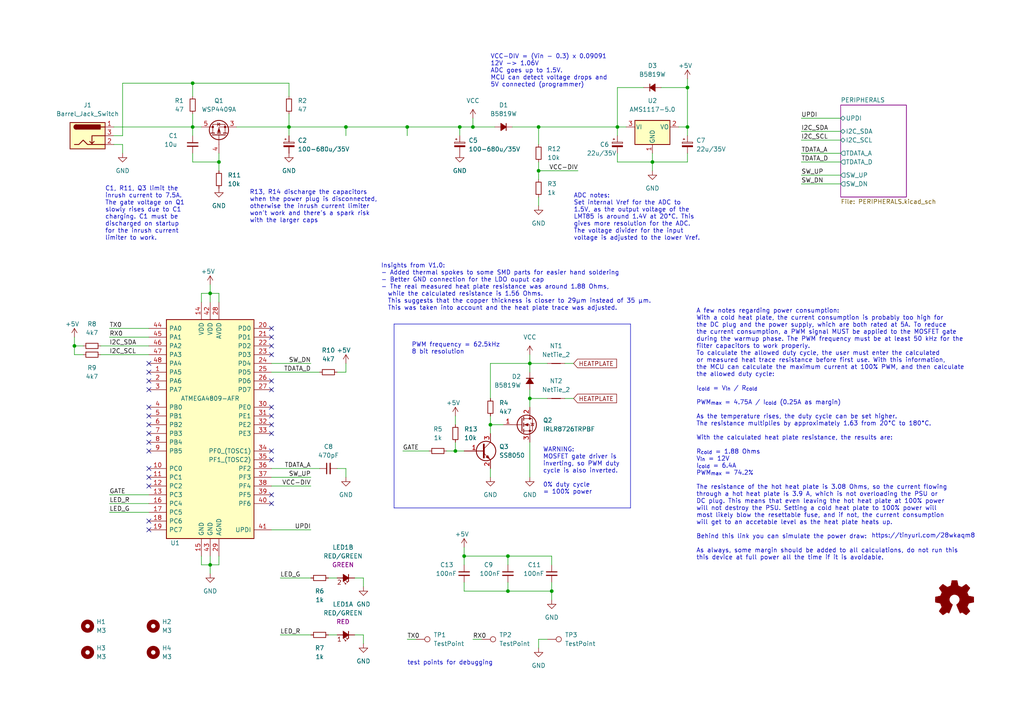
<source format=kicad_sch>
(kicad_sch (version 20230121) (generator eeschema)
  (paper "A4")
  (title_block (title "reflow solder plate") (date "2023-06-07") (rev "1.2"))
  (lib_symbols
    (symbol "ATMEGA4809-AFR:ATMEGA4809-AFR" (pin_names (offset 0.762))
      (property "Reference" "IC2" (at -10.16 -33.02 0))
      (property "Value" "ATMEGA4809-AFR" (at 0 8.89 0))
      (symbol "ATMEGA4809-AFR_0_0"
        (pin passive line (at -17.78 16.51 0) (length 5.08) (name "PA5") (number "1"))
        (pin passive line (at -17.78 -11.43 0) (length 5.08) (name "PC0") (number "10"))
        (pin passive line (at -17.78 -13.97 0) (length 5.08) (name "PC1") (number "11"))
        (pin passive line (at -17.78 -16.51 0) (length 5.08) (name "PC2") (number "12"))
        (pin passive line (at -17.78 -19.05 0) (length 5.08) (name "PC3") (number "13"))
        (pin passive line (at -2.54 36.83 270) (length 5.08) (name "VDD") (number "14"))
        (pin passive line (at -2.54 -36.83 90) (length 5.08) (name "GND") (number "15"))
        (pin passive line (at -17.78 -21.59 0) (length 5.08) (name "PC4") (number "16"))
        (pin passive line (at -17.78 -24.13 0) (length 5.08) (name "PC5") (number "17"))
        (pin passive line (at -17.78 -26.67 0) (length 5.08) (name "PC6") (number "18"))
        (pin passive line (at -17.78 -29.21 0) (length 5.08) (name "PC7") (number "19"))
        (pin passive line (at -17.78 13.97 0) (length 5.08) (name "PA6") (number "2"))
        (pin passive line (at 17.78 29.21 180) (length 5.08) (name "PD0") (number "20"))
        (pin passive line (at 17.78 26.67 180) (length 5.08) (name "PD1") (number "21"))
        (pin passive line (at 17.78 24.13 180) (length 5.08) (name "PD2") (number "22"))
        (pin passive line (at 17.78 21.59 180) (length 5.08) (name "PD3") (number "23"))
        (pin passive line (at 17.78 19.05 180) (length 5.08) (name "PD4") (number "24"))
        (pin passive line (at 17.78 16.51 180) (length 5.08) (name "PD5") (number "25"))
        (pin passive line (at 17.78 13.97 180) (length 5.08) (name "PD6") (number "26"))
        (pin passive line (at 17.78 11.43 180) (length 5.08) (name "PD7") (number "27"))
        (pin passive line (at 2.54 36.83 270) (length 5.08) (name "AVDD") (number "28"))
        (pin passive line (at 2.54 -36.83 90) (length 5.08) (name "AGND") (number "29"))
        (pin passive line (at -17.78 11.43 0) (length 5.08) (name "PA7") (number "3"))
        (pin passive line (at 17.78 6.35 180) (length 5.08) (name "PE0") (number "30"))
        (pin passive line (at 17.78 3.81 180) (length 5.08) (name "PE1") (number "31"))
        (pin passive line (at 17.78 1.27 180) (length 5.08) (name "PE2") (number "32"))
        (pin passive line (at 17.78 -1.27 180) (length 5.08) (name "PE3") (number "33"))
        (pin passive line (at 17.78 -6.35 180) (length 5.08) (name "PF0_(TOSC1)") (number "34"))
        (pin passive line (at 17.78 -8.89 180) (length 5.08) (name "PF1_(TOSC2)") (number "35"))
        (pin passive line (at 17.78 -11.43 180) (length 5.08) (name "PF2") (number "36"))
        (pin passive line (at 17.78 -13.97 180) (length 5.08) (name "PF3") (number "37"))
        (pin passive line (at 17.78 -16.51 180) (length 5.08) (name "PF4") (number "38"))
        (pin passive line (at 17.78 -19.05 180) (length 5.08) (name "PF5") (number "39"))
        (pin passive line (at -17.78 6.35 0) (length 5.08) (name "PB0") (number "4"))
        (pin passive line (at 17.78 -21.59 180) (length 5.08) (name "PF6") (number "40"))
        (pin passive line (at 17.78 -29.21 180) (length 5.08) (name "UPDI") (number "41"))
        (pin passive line (at 0 36.83 270) (length 5.08) (name "VDD") (number "42"))
        (pin passive line (at 0 -36.83 90) (length 5.08) (name "GND") (number "43"))
        (pin passive line (at -17.78 29.21 0) (length 5.08) (name "PA0") (number "44"))
        (pin passive line (at -17.78 26.67 0) (length 5.08) (name "PA1") (number "45"))
        (pin passive line (at -17.78 24.13 0) (length 5.08) (name "PA2") (number "46"))
        (pin passive line (at -17.78 21.59 0) (length 5.08) (name "PA3") (number "47"))
        (pin passive line (at -17.78 19.05 0) (length 5.08) (name "PA4") (number "48"))
        (pin passive line (at -17.78 3.81 0) (length 5.08) (name "PB1") (number "5"))
        (pin passive line (at -17.78 1.27 0) (length 5.08) (name "PB2") (number "6"))
        (pin passive line (at -17.78 -1.27 0) (length 5.08) (name "PB3") (number "7"))
        (pin passive line (at -17.78 -3.81 0) (length 5.08) (name "PB4") (number "8"))
        (pin passive line (at -17.78 -6.35 0) (length 5.08) (name "PB5") (number "9"))
      )
    )
    (symbol "Connector:Barrel_Jack_Switch" (pin_names hide)
      (property "Reference" "J" (at 0 5.334 0))
      (property "Value" "Barrel_Jack_Switch" (at 0 -5.08 0))
      (symbol "Barrel_Jack_Switch_1_1"
        (pin passive line (at 7.62 2.54 180) (length 2.54) (name "~") (number "1"))
        (pin passive line (at 7.62 -2.54 180) (length 2.54) (name "~") (number "2"))
        (pin passive line (at 7.62 0 180) (length 2.54) (name "~") (number "3"))
      )
    )
    (symbol "Connector:TestPoint" (pin_numbers hide) (pin_names (offset 0.762) hide)
      (property "Reference" "TP" (at 0 6.858 0))
      (property "Value" "TestPoint" (at 0 5.08 0))
      (symbol "TestPoint_1_1"
        (pin passive line (at 0 0 90) (length 2.54) (name "1") (number "1"))
      )
    )
    (symbol "Device:C_Polarized_Small" (pin_numbers hide) (pin_names (offset 0.254) hide)
      (property "Reference" "C" (at 0.254 1.778 0))
      (property "Value" "C_Polarized_Small" (at 0.254 -2.032 0))
      (symbol "C_Polarized_Small_1_1"
        (pin passive line (at 0 2.54 270) (length 1.8542) (name "~") (number "1"))
        (pin passive line (at 0 -2.54 90) (length 1.8542) (name "~") (number "2"))
      )
    )
    (symbol "Device:C_Small" (pin_numbers hide) (pin_names (offset 0.254) hide)
      (property "Reference" "C" (at 0.254 1.778 0))
      (property "Value" "C_Small" (at 0.254 -2.032 0))
      (symbol "C_Small_1_1"
        (pin passive line (at 0 2.54 270) (length 2.032) (name "~") (number "1"))
        (pin passive line (at 0 -2.54 90) (length 2.032) (name "~") (number "2"))
      )
    )
    (symbol "Device:D_Small_Filled" (pin_numbers hide) (pin_names (offset 0.254) hide)
      (property "Reference" "D" (at -1.27 2.032 0))
      (property "Value" "D_Small_Filled" (at -3.81 -2.032 0))
      (symbol "D_Small_Filled_1_1"
        (pin passive line (at -2.54 0 0) (length 1.778) (name "K") (number "1"))
        (pin passive line (at 2.54 0 180) (length 1.778) (name "A") (number "2"))
      )
    )
    (symbol "Device:NetTie_2" (pin_numbers hide) (pin_names (offset 0) hide)
      (property "Reference" "NT" (at 0 1.27 0))
      (property "Value" "NetTie_2" (at 0 -1.27 0))
      (symbol "NetTie_2_1_1"
        (pin passive line (at -2.54 0 0) (length 2.54) (name "1") (number "1"))
        (pin passive line (at 2.54 0 180) (length 2.54) (name "2") (number "2"))
      )
    )
    (symbol "Device:Q_NMOS_GDS" (pin_names (offset 0) hide)
      (property "Reference" "Q" (at 5.08 1.27 0))
      (property "Value" "Q_NMOS_GDS" (at 5.08 -1.27 0))
      (symbol "Q_NMOS_GDS_1_1"
        (pin input line (at -5.08 0 0) (length 2.54) (name "G") (number "1"))
        (pin passive line (at 2.54 5.08 270) (length 2.54) (name "D") (number "2"))
        (pin passive line (at 2.54 -5.08 90) (length 2.54) (name "S") (number "3"))
      )
    )
    (symbol "Device:Q_NPN_BEC" (pin_names (offset 0) hide)
      (property "Reference" "Q" (at 5.08 1.27 0))
      (property "Value" "Q_NPN_BEC" (at 5.08 -1.27 0))
      (symbol "Q_NPN_BEC_1_1"
        (pin input line (at -5.08 0 0) (length 5.715) (name "B") (number "1"))
        (pin passive line (at 2.54 -5.08 90) (length 2.54) (name "E") (number "2"))
        (pin passive line (at 2.54 5.08 270) (length 2.54) (name "C") (number "3"))
      )
    )
    (symbol "Device:R_Small" (pin_numbers hide) (pin_names (offset 0.254) hide)
      (property "Reference" "R" (at 0.762 0.508 0))
      (property "Value" "R_Small" (at 0.762 -1.016 0))
      (symbol "R_Small_1_1"
        (pin passive line (at 0 2.54 270) (length 0.762) (name "~") (number "1"))
        (pin passive line (at 0 -2.54 90) (length 0.762) (name "~") (number "2"))
      )
    )
    (symbol "Graphic:Logo_Open_Hardware_Small" (pin_names (offset 1.016)))
    (symbol "LED_Dual_AKAK_Split_Small_Filled_1" (pin_numbers hide) (pin_names (offset 0.254) hide)
      (property "Reference" "LED?" (at 0.0635 6.35 0))
      (property "Value" "LED_Dual_AKAK_Split_Small_Filled_1" (at 0.0635 3.81 0))
      (symbol "LED_Dual_AKAK_Split_Small_Filled_1_1_1"
        (text "1" (at 1.905 1.27 0) (effects (font (size 1.27 1.27))))
        (pin passive line (at 2.54 0 180) (length 1.778) (name "A1") (number "1"))
        (pin passive line (at -2.54 0 0) (length 1.778) (name "K1") (number "2"))
      )
      (symbol "LED_Dual_AKAK_Split_Small_Filled_1_2_1"
        (text "2" (at 1.905 1.27 0) (effects (font (size 1.27 1.27))))
        (pin passive line (at 2.54 0 180) (length 1.778) (name "A2") (number "3"))
        (pin passive line (at -2.54 0 0) (length 1.778) (name "K2") (number "4"))
      )
    )
    (symbol "Mechanical:MountingHole" (pin_names (offset 1.016))
      (property "Reference" "H" (at 0 5.08 0))
      (property "Value" "MountingHole" (at 0 3.175 0))
    )
    (symbol "Regulator_Linear:AMS1117-5.0" (pin_names (offset 0.254))
      (property "Reference" "U" (at -3.81 3.175 0))
      (property "Value" "AMS1117-5.0" (at 0 3.175 0))
      (symbol "AMS1117-5.0_1_1"
        (pin power_in line (at 0 -7.62 90) (length 2.54) (name "GND") (number "1"))
        (pin power_out line (at 7.62 0 180) (length 2.54) (name "VO") (number "2"))
        (pin power_in line (at -7.62 0 0) (length 2.54) (name "VI") (number "3"))
      )
    )
    (symbol "User:LED_Dual_AKAK_Split_Small_Filled" (pin_numbers hide) (pin_names (offset 0.254) hide)
      (property "Reference" "LED?" (at 0.0635 6.35 0))
      (property "Value" "LED_Dual_AKAK_Split_Small_Filled" (at 0.0635 3.81 0))
      (symbol "LED_Dual_AKAK_Split_Small_Filled_1_1"
        (text "1" (at 1.905 1.27 0) (effects (font (size 1.27 1.27))))
        (pin passive line (at 2.54 0 180) (length 1.778) (name "A1") (number "1"))
        (pin passive line (at -2.54 0 0) (length 1.778) (name "K1") (number "2"))
      )
      (symbol "LED_Dual_AKAK_Split_Small_Filled_2_1"
        (text "2" (at 1.905 1.27 0) (effects (font (size 1.27 1.27))))
        (pin passive line (at 2.54 0 180) (length 1.778) (name "A2") (number "3"))
        (pin passive line (at -2.54 0 0) (length 1.778) (name "K2") (number "4"))
      )
    )
    (symbol "User:Q_PMOS_SSSGDDDD" (pin_names (offset 0) hide)
      (property "Reference" "Q" (at 5.08 1.27 0))
      (property "Value" "Q_PMOS_SSSGDDDD" (at 5.08 -1.27 0))
      (symbol "Q_PMOS_SSSGDDDD_1_1"
        (pin passive line (at 2.54 -5.08 90) (length 2.54) hide (name "S") (number "1"))
        (pin passive line (at 2.54 -5.08 90) (length 2.54) hide (name "S") (number "2"))
        (pin passive line (at 2.54 -5.08 90) (length 2.54) (name "S") (number "3"))
        (pin input line (at -5.08 0 0) (length 2.54) (name "G") (number "4"))
        (pin passive line (at 2.54 5.08 270) (length 2.54) (name "D") (number "5"))
        (pin passive line (at 2.54 5.08 270) (length 2.54) hide (name "D") (number "6"))
        (pin passive line (at 2.54 5.08 270) (length 2.54) hide (name "D") (number "7"))
        (pin passive line (at 2.54 5.08 270) (length 2.54) hide (name "D") (number "8"))
      )
    )
    (symbol "power:+5V" (power) (pin_names (offset 0))
      (property "Value" "+5V" (at 0 3.556 0))
      (symbol "+5V_1_1"
        (pin power_in line (at 0 0 90) (length 0) hide (name "+5V") (number "1"))
      )
    )
    (symbol "power:GND" (power) (pin_names (offset 0))
      (property "Value" "GND" (at 0 -3.81 0))
      (symbol "GND_1_1"
        (pin power_in line (at 0 0 270) (length 0) hide (name "GND") (number "1"))
      )
    )
    (symbol "power:VCC" (power) (pin_names (offset 0))
      (property "Value" "VCC" (at 0 3.81 0))
      (symbol "VCC_1_1"
        (pin power_in line (at 0 0 90) (length 0) hide (name "VCC") (number "1"))
      )
    )
  )
  (junction (at 60.96 163.83))
  (junction (at 179.07 36.83))
  (junction (at 83.82 36.83))
  (junction (at 118.11 36.83))
  (junction (at 21.59 100.33))
  (junction (at 55.88 36.83))
  (junction (at 134.62 161.29))
  (junction (at 199.39 36.83))
  (junction (at 189.23 46.99))
  (junction (at 100.33 36.83))
  (junction (at 132.08 130.81))
  (junction (at 147.32 171.45))
  (junction (at 160.02 171.45))
  (junction (at 63.5 46.99))
  (junction (at 137.16 36.83))
  (junction (at 147.32 161.29))
  (junction (at 199.39 25.4))
  (junction (at 156.21 49.53))
  (junction (at 153.67 115.57))
  (junction (at 55.88 24.13))
  (junction (at 153.67 105.41))
  (junction (at 60.96 85.09))
  (junction (at 133.35 36.83))
  (junction (at 142.24 123.19))
  (junction (at 156.21 36.83))
  (no_connect (at 78.74 113.03))
  (no_connect (at 78.74 110.49))
  (no_connect (at 78.74 102.87))
  (no_connect (at 78.74 118.11))
  (no_connect (at 78.74 130.81))
  (no_connect (at 78.74 133.35))
  (no_connect (at 78.74 125.73))
  (no_connect (at 78.74 123.19))
  (no_connect (at 78.74 120.65))
  (no_connect (at 43.18 130.81))
  (no_connect (at 43.18 135.89))
  (no_connect (at 43.18 138.43))
  (no_connect (at 43.18 140.97))
  (no_connect (at 78.74 100.33))
  (no_connect (at 78.74 97.79))
  (no_connect (at 78.74 95.25))
  (no_connect (at 43.18 151.13))
  (no_connect (at 43.18 153.67))
  (no_connect (at 78.74 146.05))
  (no_connect (at 78.74 143.51))
  (no_connect (at 43.18 105.41))
  (no_connect (at 43.18 107.95))
  (no_connect (at 43.18 113.03))
  (no_connect (at 43.18 110.49))
  (no_connect (at 43.18 118.11))
  (no_connect (at 43.18 120.65))
  (no_connect (at 43.18 123.19))
  (no_connect (at 43.18 125.73))
  (no_connect (at 43.18 128.27))
  (wire (pts (xy 232.41 40.64) (xy 243.84 40.64)))
  (wire (pts (xy 160.02 163.83) (xy 160.02 161.29)))
  (wire (pts (xy 63.5 44.45) (xy 63.5 46.99)))
  (wire (pts (xy 60.96 85.09) (xy 58.42 85.09)))
  (wire (pts (xy 55.88 24.13) (xy 55.88 27.94)))
  (wire (pts (xy 97.79 135.89) (xy 100.33 135.89)))
  (wire (pts (xy 55.88 44.45) (xy 55.88 46.99)))
  (wire (pts (xy 158.75 185.42) (xy 156.21 185.42)))
  (wire (pts (xy 199.39 46.99) (xy 199.39 44.45)))
  (wire (pts (xy 153.67 105.41) (xy 158.75 105.41)))
  (polyline (pts (xy 114.3 93.98) (xy 114.3 147.32)))
  (wire (pts (xy 78.74 140.97) (xy 90.17 140.97)))
  (wire (pts (xy 148.59 36.83) (xy 156.21 36.83)))
  (wire (pts (xy 58.42 36.83) (xy 55.88 36.83)))
  (wire (pts (xy 142.24 115.57) (xy 142.24 105.41)))
  (wire (pts (xy 31.75 95.25) (xy 43.18 95.25)))
  (wire (pts (xy 179.07 44.45) (xy 179.07 46.99)))
  (wire (pts (xy 63.5 163.83) (xy 63.5 161.29)))
  (wire (pts (xy 160.02 171.45) (xy 160.02 168.91)))
  (wire (pts (xy 189.23 46.99) (xy 199.39 46.99)))
  (wire (pts (xy 199.39 39.37) (xy 199.39 36.83)))
  (wire (pts (xy 153.67 115.57) (xy 153.67 118.11)))
  (wire (pts (xy 43.18 143.51) (xy 31.75 143.51)))
  (wire (pts (xy 95.25 167.64) (xy 97.79 167.64)))
  (wire (pts (xy 83.82 33.02) (xy 83.82 36.83)))
  (polyline (pts (xy 114.3 147.32) (xy 182.88 147.32)))
  (wire (pts (xy 132.08 128.27) (xy 132.08 130.81)))
  (wire (pts (xy 189.23 46.99) (xy 189.23 49.53)))
  (wire (pts (xy 60.96 161.29) (xy 60.96 163.83)))
  (wire (pts (xy 63.5 46.99) (xy 63.5 49.53)))
  (wire (pts (xy 90.17 105.41) (xy 78.74 105.41)))
  (wire (pts (xy 55.88 33.02) (xy 55.88 36.83)))
  (wire (pts (xy 33.02 36.83) (xy 55.88 36.83)))
  (wire (pts (xy 83.82 36.83) (xy 100.33 36.83)))
  (wire (pts (xy 100.33 36.83) (xy 100.33 39.37)))
  (wire (pts (xy 199.39 36.83) (xy 196.85 36.83)))
  (wire (pts (xy 105.41 167.64) (xy 102.87 167.64)))
  (wire (pts (xy 142.24 120.65) (xy 142.24 123.19)))
  (wire (pts (xy 142.24 105.41) (xy 153.67 105.41)))
  (wire (pts (xy 118.11 36.83) (xy 133.35 36.83)))
  (wire (pts (xy 29.21 100.33) (xy 43.18 100.33)))
  (wire (pts (xy 95.25 184.15) (xy 97.79 184.15)))
  (wire (pts (xy 232.41 46.99) (xy 243.84 46.99)))
  (wire (pts (xy 163.83 105.41) (xy 166.37 105.41)))
  (wire (pts (xy 100.33 135.89) (xy 100.33 138.43)))
  (wire (pts (xy 105.41 170.18) (xy 105.41 167.64)))
  (wire (pts (xy 134.62 158.75) (xy 134.62 161.29)))
  (wire (pts (xy 58.42 161.29) (xy 58.42 163.83)))
  (wire (pts (xy 142.24 123.19) (xy 142.24 125.73)))
  (wire (pts (xy 232.41 50.8) (xy 243.84 50.8)))
  (wire (pts (xy 166.37 115.57) (xy 163.83 115.57)))
  (wire (pts (xy 179.07 25.4) (xy 179.07 36.83)))
  (wire (pts (xy 81.28 167.64) (xy 90.17 167.64)))
  (wire (pts (xy 153.67 113.03) (xy 153.67 115.57)))
  (wire (pts (xy 97.79 107.95) (xy 100.33 107.95)))
  (wire (pts (xy 100.33 105.41) (xy 100.33 107.95)))
  (wire (pts (xy 147.32 161.29) (xy 134.62 161.29)))
  (polyline (pts (xy 182.88 93.98) (xy 182.88 147.32)))
  (wire (pts (xy 29.21 102.87) (xy 43.18 102.87)))
  (wire (pts (xy 118.11 185.42) (xy 120.65 185.42)))
  (wire (pts (xy 132.08 130.81) (xy 134.62 130.81)))
  (wire (pts (xy 232.41 38.1) (xy 243.84 38.1)))
  (wire (pts (xy 181.61 36.83) (xy 179.07 36.83)))
  (wire (pts (xy 68.58 36.83) (xy 83.82 36.83)))
  (wire (pts (xy 60.96 166.37) (xy 60.96 163.83)))
  (wire (pts (xy 142.24 135.89) (xy 142.24 138.43)))
  (wire (pts (xy 55.88 24.13) (xy 83.82 24.13)))
  (wire (pts (xy 142.24 123.19) (xy 146.05 123.19)))
  (wire (pts (xy 31.75 148.59) (xy 43.18 148.59)))
  (wire (pts (xy 21.59 100.33) (xy 21.59 102.87)))
  (wire (pts (xy 35.56 41.91) (xy 35.56 44.45)))
  (wire (pts (xy 60.96 85.09) (xy 60.96 87.63)))
  (wire (pts (xy 153.67 105.41) (xy 153.67 107.95)))
  (wire (pts (xy 78.74 135.89) (xy 92.71 135.89)))
  (wire (pts (xy 118.11 36.83) (xy 118.11 39.37)))
  (wire (pts (xy 191.77 25.4) (xy 199.39 25.4)))
  (wire (pts (xy 83.82 36.83) (xy 83.82 39.37)))
  (wire (pts (xy 105.41 184.15) (xy 105.41 186.69)))
  (wire (pts (xy 21.59 97.79) (xy 21.59 100.33)))
  (wire (pts (xy 156.21 46.99) (xy 156.21 49.53)))
  (wire (pts (xy 35.56 24.13) (xy 35.56 39.37)))
  (wire (pts (xy 129.54 130.81) (xy 132.08 130.81)))
  (wire (pts (xy 132.08 120.65) (xy 132.08 123.19)))
  (wire (pts (xy 189.23 44.45) (xy 189.23 46.99)))
  (wire (pts (xy 133.35 36.83) (xy 133.35 39.37)))
  (wire (pts (xy 60.96 82.55) (xy 60.96 85.09)))
  (wire (pts (xy 63.5 87.63) (xy 63.5 85.09)))
  (wire (pts (xy 116.84 130.81) (xy 124.46 130.81)))
  (wire (pts (xy 156.21 36.83) (xy 179.07 36.83)))
  (wire (pts (xy 199.39 22.86) (xy 199.39 25.4)))
  (wire (pts (xy 137.16 34.29) (xy 137.16 36.83)))
  (wire (pts (xy 78.74 153.67) (xy 90.17 153.67)))
  (wire (pts (xy 153.67 102.87) (xy 153.67 105.41)))
  (wire (pts (xy 153.67 115.57) (xy 158.75 115.57)))
  (wire (pts (xy 137.16 185.42) (xy 139.7 185.42)))
  (wire (pts (xy 156.21 36.83) (xy 156.21 41.91)))
  (wire (pts (xy 100.33 36.83) (xy 118.11 36.83)))
  (wire (pts (xy 232.41 44.45) (xy 243.84 44.45)))
  (wire (pts (xy 63.5 85.09) (xy 60.96 85.09)))
  (wire (pts (xy 134.62 168.91) (xy 134.62 171.45)))
  (wire (pts (xy 160.02 173.99) (xy 160.02 171.45)))
  (wire (pts (xy 90.17 138.43) (xy 78.74 138.43)))
  (wire (pts (xy 31.75 146.05) (xy 43.18 146.05)))
  (wire (pts (xy 179.07 46.99) (xy 189.23 46.99)))
  (wire (pts (xy 147.32 161.29) (xy 147.32 163.83)))
  (wire (pts (xy 134.62 171.45) (xy 147.32 171.45)))
  (wire (pts (xy 199.39 25.4) (xy 199.39 36.83)))
  (wire (pts (xy 83.82 24.13) (xy 83.82 27.94)))
  (wire (pts (xy 33.02 41.91) (xy 35.56 41.91)))
  (wire (pts (xy 21.59 100.33) (xy 24.13 100.33)))
  (wire (pts (xy 156.21 59.69) (xy 156.21 57.15)))
  (wire (pts (xy 156.21 49.53) (xy 156.21 52.07)))
  (wire (pts (xy 156.21 185.42) (xy 156.21 187.96)))
  (wire (pts (xy 33.02 39.37) (xy 35.56 39.37)))
  (wire (pts (xy 60.96 163.83) (xy 63.5 163.83)))
  (wire (pts (xy 137.16 36.83) (xy 143.51 36.83)))
  (wire (pts (xy 243.84 34.29) (xy 232.41 34.29)))
  (wire (pts (xy 186.69 25.4) (xy 179.07 25.4)))
  (wire (pts (xy 147.32 168.91) (xy 147.32 171.45)))
  (wire (pts (xy 102.87 184.15) (xy 105.41 184.15)))
  (wire (pts (xy 78.74 107.95) (xy 92.71 107.95)))
  (wire (pts (xy 133.35 36.83) (xy 137.16 36.83)))
  (wire (pts (xy 179.07 36.83) (xy 179.07 39.37)))
  (wire (pts (xy 35.56 24.13) (xy 55.88 24.13)))
  (wire (pts (xy 147.32 171.45) (xy 160.02 171.45)))
  (wire (pts (xy 81.28 184.15) (xy 90.17 184.15)))
  (wire (pts (xy 58.42 85.09) (xy 58.42 87.63)))
  (wire (pts (xy 31.75 97.79) (xy 43.18 97.79)))
  (wire (pts (xy 153.67 128.27) (xy 153.67 138.43)))
  (wire (pts (xy 24.13 102.87) (xy 21.59 102.87)))
  (wire (pts (xy 55.88 46.99) (xy 63.5 46.99)))
  (wire (pts (xy 156.21 49.53) (xy 167.64 49.53)))
  (wire (pts (xy 58.42 163.83) (xy 60.96 163.83)))
  (polyline (pts (xy 114.3 93.98) (xy 182.88 93.98)))
  (wire (pts (xy 232.41 53.34) (xy 243.84 53.34)))
  (wire (pts (xy 160.02 161.29) (xy 147.32 161.29)))
  (wire (pts (xy 55.88 36.83) (xy 55.88 39.37)))
  (wire (pts (xy 134.62 161.29) (xy 134.62 163.83)))
  (text "C1, R11, Q3 limit the \ninrush current to 7.5A.\nThe gate voltage on Q1\nslowly rises due to C1\ncharging. C1 must be\ndischarged on startup\nfor the inrush current\nlimiter to work." (at 30.48 69.85 0) (effects (font (size 1.27 1.27)) (justify left bottom)))
  (text "VCC-DIV = (Vin - 0.3) x 0.09091\n12V -> 1.06V\nADC goes up to 1.5V.\nMCU can detect voltage drops and\n5V connected (programmer)\n" (at 142.24 25.4 0) (effects (font (size 1.27 1.27)) (justify left bottom)))
  (text "PWM frequency = 62.5kHz\n8 bit resolution" (at 119.38 102.87 0) (effects (font (size 1.27 1.27)) (justify left bottom)))
  (text "A few notes regarding power consumption:\nWith a cold heat plate, the current consumption is probably too high for\nthe DC plug and the power supply, which are both rated at 5A. To reduce\nthe current consumption, a PWM signal MUST be applied to the MOSFET gate\nduring the warmup phase. The PWM frequency must be at least 50 kHz for the\nfilter capacitors to work properly.\nTo calculate the allowed duty cycle, the user must enter the calculated \nor measured heat trace resistance before first use. With this information,\nthe MCU can calculate the maximum current at 100% PWM, and then calculate\nthe allowed duty cycle:\n\nI_{cold} = V_{in} / R_{cold}\n\nPWM_{max} = 4.75A / I_{cold} (0.25A as margin)\n\nAs the temperature rises, the duty cycle can be set higher.\nThe resistance multiplies by approximately 1.63 from 20°C to 180°C.\n\nWith the calculated heat plate resistance, the results are:\n\nR_{cold} = 1.88 Ohms\nV_{in} = 12V\nI_{cold} = 6.4A\nPWM_{max} = 74.2%\n\nThe resistance of the hot heat plate is 3.08 Ohms, so the current flowing \nthrough a hot heat plate is 3.9 A, which is not overloading the PSU or \nDC plug. This means that even leaving the hot heat plate at 100% power \nwill not destroy the PSU. Setting a cold heat plate to 100% power will\nmost likely blow the resettable fuse, and if not, the current consumption\nwill get to an accetable level as the heat plate heats up.\n\nBehind this link you can simulate the power draw: \n\nAs always, some margin should be added to all calculations, do not run this\nthis device at full power all the time if it is avoidable." (at 201.93 162.56 0) (effects (font (size 1.27 1.27)) (justify left bottom)))
  (text "WARNING:\nMOSFET gate driver is \ninverting, so PWM duty \ncycle is also inverted.\n\n0% duty cycle \n= 100% power" (at 157.48 143.51 0) (effects (font (size 1.27 1.27)) (justify left bottom)))
  (text "R13, R14 discharge the capacitors\nwhen the power plug is disconnected,\notherwise the inrush current limiter\nwon't work and there's a spark risk\nwith the larger caps" (at 72.39 64.77 0) (effects (font (size 1.27 1.27)) (justify left bottom)))
  (text "https://tinyurl.com/28wkaqm8" (at 252.73 156.21 0) (effects (font (size 1.27 1.27)) (justify left bottom)))
  (text "test points for debugging" (at 118.11 193.04 0) (effects (font (size 1.27 1.27)) (justify left bottom)))
  (text "ADC notes:\nSet internal Vref for the ADC to \n1.5V, as the output voltage of the \nLMT85 is around 1.4V at 20°C. This \ngives more resolution for the ADC.\nThe voltage divider for the input \nvoltage is adjusted to the lower Vref." (at 166.37 69.85 0) (effects (font (size 1.27 1.27)) (justify left bottom)))
  (text "Insights from V1.0:\n- Added thermal spokes to some SMD parts for easier hand soldering\n- Better GND connection for the LDO ouput cap\n- The real measured heat plate resistance was around 1.88 Ohms,\n  while the calculated resistance is 1.56 Ohms.\n  This suggests that the copper thickness is closer to 29µm instead of 35 µm.\n  This was taken into account and the heat plate trace was adjusted." (at 110.49 90.17 0) (effects (font (size 1.27 1.27)) (justify left bottom)))
  (label "GATE" (at 116.84 130.81 0))
  (label "SW_DN" (at 232.41 53.34 0))
  (label "SW_UP" (at 90.17 138.43 180))
  (label "I2C_SCL" (at 232.41 40.64 0))
  (label "LED_G" (at 31.75 148.59 0))
  (label "TX0" (at 118.11 185.42 0))
  (label "VCC-DIV" (at 90.17 140.97 180))
  (label "TDATA_D" (at 90.17 107.95 180))
  (label "RX0" (at 137.16 185.42 0))
  (label "TX0" (at 31.75 95.25 0))
  (label "LED_G" (at 81.28 167.64 0))
  (label "UPDI" (at 232.41 34.29 0))
  (label "LED_R" (at 81.28 184.15 0))
  (label "LED_R" (at 31.75 146.05 0))
  (label "TDATA_A" (at 232.41 44.45 0))
  (label "VCC-DIV" (at 167.64 49.53 180))
  (label "TDATA_A" (at 90.17 135.89 180))
  (label "GATE" (at 31.75 143.51 0))
  (label "I2C_SDA" (at 31.75 100.33 0))
  (label "RX0" (at 31.75 97.79 0))
  (label "I2C_SDA" (at 232.41 38.1 0))
  (label "I2C_SCL" (at 31.75 102.87 0))
  (label "UPDI" (at 90.17 153.67 180))
  (label "TDATA_D" (at 232.41 46.99 0))
  (label "SW_UP" (at 232.41 50.8 0))
  (label "SW_DN" (at 90.17 105.41 180))
  (global_label "HEATPLATE" (shape input) (at 166.37 105.41 0) (property "Intersheetrefs" "${INTERSHEET_REFS}" (effects hide)))
  (global_label "HEATPLATE" (shape input) (at 166.37 115.57 0) (property "Intersheetrefs" "${INTERSHEET_REFS}" (effects hide)))
  (symbol (lib_id "power:GND") (at 105.41 170.18 0) (unit 1)
    (property "Reference" "#PWR0138" (effects hide))
    (property "Value" "GND" (at 105.41 175.26 0))
  )
  (symbol (lib_id "power:VCC") (at 153.67 102.87 0) (unit 1)
    (property "Reference" "#PWR0129" (effects hide))
    (property "Value" "VCC" (at 153.67 97.79 0))
  )
  (symbol (lib_id "Device:R_Small") (at 55.88 30.48 0) (unit 1)
    (property "Reference" "R1" (at 53.34 29.2099 0) (effects (justify right)))
    (property "Value" "47" (at 53.34 31.7499 0) (effects (justify right)))
    (property "Footprint" "Resistor_SMD:R_0805_2012Metric" (effects hide))
    (property "LCSC Part Number" "C17714" (effects hide))
    (property "LCSC Part Number Alternative" "C114541" (effects hide))
  )
  (symbol (lib_id "Mechanical:MountingHole") (at 44.45 189.23 0) (unit 1)
    (property "Reference" "H4" (at 46.99 187.9599 0) (effects (justify left)))
    (property "Value" "M3" (at 46.99 190.4999 0) (effects (justify left)))
    (property "Footprint" "MountingHole:MountingHole_3.2mm_M3" (effects hide))
    (property "Information" "buy both parts for studs and screws" (effects hide))
    (property "LCSC Part Number" "C551332" (effects hide))
    (property "LCSC Part Number Alternative" "C357543" (effects hide))
  )
  (symbol (lib_id "Device:C_Small") (at 134.62 166.37 0) (unit 1)
    (property "Reference" "C13" (at 127.635 163.83 0) (effects (justify left)))
    (property "Value" "100nF" (at 126.365 166.37 0) (effects (justify left)))
    (property "Footprint" "Capacitor_SMD:C_0805_2012Metric" (effects hide))
    (property "Information" "X7R" (effects hide))
    (property "LCSC Part Number" "C1711" (effects hide))
    (property "LCSC Part Number Alternative" "C49678" (effects hide))
  )
  (symbol (lib_id "power:GND") (at 83.82 44.45 0) (unit 1)
    (property "Reference" "#PWR0105" (effects hide))
    (property "Value" "GND" (at 83.82 49.53 0))
  )
  (symbol (lib_id "Device:R_Small") (at 95.25 107.95 90) (unit 1)
    (property "Reference" "R10" (at 95.25 101.6 90))
    (property "Value" "4k7" (at 95.25 104.14 90))
    (property "Footprint" "Resistor_SMD:R_0805_2012Metric" (effects hide))
    (property "LCSC Part Number" "C17673" (effects hide))
    (property "LCSC Part Number Alternative" "C105427" (effects hide))
  )
  (symbol (lib_id "power:GND") (at 105.41 186.69 0) (unit 1)
    (property "Reference" "#PWR0137" (effects hide))
    (property "Value" "GND" (at 105.41 191.77 0))
  )
  (symbol (lib_id "Device:C_Small") (at 55.88 41.91 0) (unit 1)
    (property "Reference" "C1" (at 48.895 39.37 0) (effects (justify left)))
    (property "Value" "10u" (at 47.625 41.91 0) (effects (justify left)))
    (property "Footprint" "Capacitor_SMD:C_0805_2012Metric" (effects hide))
    (property "Information" "X5R or higher" (effects hide))
    (property "LCSC Part Number" "C162422" (effects hide))
  )
  (symbol (lib_id "power:GND") (at 156.21 59.69 0) (unit 1)
    (property "Reference" "#PWR0110" (effects hide))
    (property "Value" "GND" (at 156.21 64.77 0))
  )
  (symbol (lib_name "LED_Dual_AKAK_Split_Small_Filled_1") (lib_id "User:LED_Dual_AKAK_Split_Small_Filled") (at 100.33 167.64 180) (unit 2)
    (property "Reference" "LED1" (at 99.4799 158.75 0))
    (property "Value" "RED/GREEN" (at 99.4799 161.29 0))
    (property "Footprint" "LED_SMD:LED_Avago_PLCC4_3.2x2.8mm_CW" (effects hide))
    (property "COLOR" "GREEN" (at 99.4799 163.83 0))
    (property "LCSC Part Number" "C131251" (effects hide))
    (property "LCSC Part Number Alternative" "C601677" (effects hide))
  )
  (symbol (lib_id "User:Q_PMOS_SSSGDDDD") (at 63.5 39.37 90) (unit 1)
    (property "Reference" "Q1" (at 63.5 29.21 90))
    (property "Value" "WSP4409A" (at 63.5 31.75 90))
    (property "Footprint" "Package_SO:SOIC-8_3.9x4.9mm_P1.27mm" (effects hide))
    (property "Information" "PMOS, 30V, 15A, Rds(on) < 10mOhms" (effects hide))
    (property "LCSC Part Number" "C2880527" (effects hide))
    (property "LCSC Part Number Alternative" "C54807" (effects hide))
  )
  (symbol (lib_id "Device:R_Small") (at 156.21 44.45 0) (unit 1)
    (property "Reference" "R12" (at 158.75 43.1799 0) (effects (justify left)))
    (property "Value" "10k" (at 158.75 45.7199 0) (effects (justify left)))
    (property "Footprint" "Resistor_SMD:R_0805_2012Metric" (effects hide))
    (property "Information" "1%" (effects hide))
    (property "LCSC Part Number" "C17414" (effects hide))
    (property "LCSC Part Number Alternative" "C84376" (effects hide))
  )
  (symbol (lib_id "power:GND") (at 100.33 138.43 0) (unit 1)
    (property "Reference" "#PWR0135" (effects hide))
    (property "Value" "GND" (at 100.33 143.51 0))
  )
  (symbol (lib_id "Device:R_Small") (at 92.71 184.15 90) (unit 1)
    (property "Reference" "R7" (at 92.71 187.96 90))
    (property "Value" "1k" (at 92.71 190.5 90))
    (property "Footprint" "Resistor_SMD:R_0805_2012Metric" (effects hide))
    (property "Information" "1%" (effects hide))
    (property "LCSC Part Number" "C17513" (effects hide))
    (property "LCSC Part Number Alternative" "C95781" (effects hide))
  )
  (symbol (lib_id "Device:R_Small") (at 92.71 167.64 90) (unit 1)
    (property "Reference" "R6" (at 92.71 171.45 90))
    (property "Value" "1k" (at 92.71 173.99 90))
    (property "Footprint" "Resistor_SMD:R_0805_2012Metric" (effects hide))
    (property "Information" "1%" (effects hide))
    (property "LCSC Part Number" "C17513" (effects hide))
    (property "LCSC Part Number Alternative" "C95781" (effects hide))
  )
  (symbol (lib_id "power:GND") (at 35.56 44.45 0) (unit 1)
    (property "Reference" "#PWR0103" (effects hide))
    (property "Value" "GND" (at 35.56 49.53 0))
  )
  (symbol (lib_id "power:+5V") (at 100.33 105.41 0) (unit 1)
    (property "Reference" "#PWR0120" (effects hide))
    (property "Value" "+5V" (at 99.695 101.6 0))
  )
  (symbol (lib_id "power:GND") (at 133.35 44.45 0) (unit 1)
    (property "Reference" "#PWR03" (effects hide))
    (property "Value" "GND" (at 133.35 49.53 0))
  )
  (symbol (lib_id "Device:C_Polarized_Small") (at 179.07 41.91 0) (unit 1)
    (property "Reference" "C6" (at 173.99 41.91 0) (effects (justify left)))
    (property "Value" "22u/35V" (at 170.18 44.45 0) (effects (justify left)))
    (property "Footprint" "Capacitor_SMD:CP_Elec_5x5.4" (effects hide))
    (property "Information" "ESR > 0.3 ohms" (effects hide))
    (property "LCSC Part Number" "C239256" (effects hide))
  )
  (symbol (lib_id "Device:D_Small_Filled") (at 153.67 110.49 270) (unit 1)
    (property "Reference" "D2" (at 151.13 109.2199 90) (effects (justify right)))
    (property "Value" "B5819W" (at 151.13 111.7599 90) (effects (justify right)))
    (property "Footprint" "Diode_SMD:D_SOD-123" (effects hide))
    (property "LCSC Part Number" "C64885" (effects hide))
    (property "LCSC Part Number Alternative" "C109213" (effects hide))
  )
  (symbol (lib_id "Device:R_Small") (at 127 130.81 90) (unit 1)
    (property "Reference" "R5" (at 127 124.46 90))
    (property "Value" "1k" (at 127 127 90))
    (property "Footprint" "Resistor_SMD:R_0805_2012Metric" (effects hide))
    (property "Information" "1%" (effects hide))
    (property "LCSC Part Number" "C17513" (effects hide))
    (property "LCSC Part Number Alternative" "C95781" (effects hide))
  )
  (symbol (lib_id "Device:R_Small") (at 156.21 54.61 0) (unit 1)
    (property "Reference" "R3" (at 158.75 53.3399 0) (effects (justify left)))
    (property "Value" "1k" (at 158.75 55.8799 0) (effects (justify left)))
    (property "Footprint" "Resistor_SMD:R_0805_2012Metric" (effects hide))
    (property "Information" "1%" (effects hide))
    (property "LCSC Part Number" "C17513" (effects hide))
    (property "LCSC Part Number Alternative" "C95781" (effects hide))
  )
  (symbol (lib_id "Device:R_Small") (at 142.24 118.11 180) (unit 1)
    (property "Reference" "R4" (at 144.78 116.8399 0) (effects (justify right)))
    (property "Value" "4k7" (at 144.78 119.3799 0) (effects (justify right)))
    (property "Footprint" "Resistor_SMD:R_0805_2012Metric" (effects hide))
    (property "LCSC Part Number" "C17673" (effects hide))
    (property "LCSC Part Number Alternative" "C105427" (effects hide))
  )
  (symbol (lib_id "User:LED_Dual_AKAK_Split_Small_Filled") (at 100.33 184.15 180) (unit 1)
    (property "Reference" "LED1" (at 99.4799 175.26 0))
    (property "Value" "RED/GREEN" (at 99.4799 177.8 0))
    (property "Footprint" "LED_SMD:LED_Avago_PLCC4_3.2x2.8mm_CW" (effects hide))
    (property "Color" "RED" (at 99.4799 180.34 0))
    (property "LCSC Part Number" "C131251" (effects hide))
    (property "LCSC Part Number Alternative" "C601677" (effects hide))
  )
  (symbol (lib_id "Device:R_Small") (at 63.5 52.07 0) (unit 1)
    (property "Reference" "R11" (at 66.04 50.7999 0) (effects (justify left)))
    (property "Value" "10k" (at 66.04 53.3399 0) (effects (justify left)))
    (property "Footprint" "Resistor_SMD:R_0805_2012Metric" (effects hide))
    (property "Information" "1%" (effects hide))
    (property "LCSC Part Number" "C17414" (effects hide))
    (property "LCSC Part Number Alternative" "C84376" (effects hide))
  )
  (symbol (lib_id "power:+5V") (at 134.62 158.75 0) (unit 1)
    (property "Reference" "#PWR0130" (effects hide))
    (property "Value" "+5V" (at 133.985 154.94 0))
  )
  (symbol (lib_id "power:VCC") (at 137.16 34.29 0) (unit 1)
    (property "Reference" "#PWR0101" (effects hide))
    (property "Value" "VCC" (at 137.16 29.21 0))
  )
  (symbol (lib_id "Device:R_Small") (at 83.82 30.48 0) (unit 1)
    (property "Reference" "R2" (at 86.36 29.2099 0) (effects (justify left)))
    (property "Value" "47" (at 86.36 31.7499 0) (effects (justify left)))
    (property "Footprint" "Resistor_SMD:R_0805_2012Metric" (effects hide))
    (property "LCSC Part Number" "C17714" (effects hide))
    (property "LCSC Part Number Alternative" "C114541" (effects hide))
  )
  (symbol (lib_id "power:GND") (at 60.96 166.37 0) (unit 1)
    (property "Reference" "#PWR0128" (effects hide))
    (property "Value" "GND" (at 60.96 171.45 0))
  )
  (symbol (lib_id "Device:C_Polarized_Small") (at 83.82 41.91 0) (unit 1)
    (property "Reference" "C2" (at 86.36 40.7289 0) (effects (justify left)))
    (property "Value" "100-680u/35V" (at 86.36 43.2689 0) (effects (justify left)))
    (property "Footprint" "Capacitor_SMD:CP_Elec_8x10" (effects hide))
    (property "Information" "ripple current > 1A" (effects hide))
    (property "LCSC Part Number" "C882163" (effects hide))
  )
  (symbol (lib_id "Regulator_Linear:AMS1117-5.0") (at 189.23 36.83 0) (unit 1)
    (property "Reference" "U2" (at 189.23 29.21 0))
    (property "Value" "AMS1117-5.0" (at 189.23 31.75 0))
    (property "Footprint" "Package_TO_SOT_SMD:SOT-89-3" (effects hide))
    (property "LCSC Part Number" "C351450" (effects hide))
    (property "LCSC Part Number Alternative" "C126020" (effects hide))
  )
  (symbol (lib_id "Mechanical:MountingHole") (at 25.4 181.61 0) (unit 1)
    (property "Reference" "H1" (at 27.94 180.3399 0) (effects (justify left)))
    (property "Value" "M3" (at 27.94 182.8799 0) (effects (justify left)))
    (property "Footprint" "MountingHole:MountingHole_3.2mm_M3" (effects hide))
    (property "Information" "buy both parts for studs and screws" (effects hide))
    (property "LCSC Part Number" "C551332" (effects hide))
    (property "LCSC Part Number Alternative" "C357543" (effects hide))
  )
  (symbol (lib_id "Connector:TestPoint") (at 158.75 185.42 270) (unit 1)
    (property "Reference" "TP3" (at 163.83 184.1499 90) (effects (justify left)))
    (property "Value" "TestPoint" (at 163.83 186.6899 90) (effects (justify left)))
    (property "Footprint" "TestPoint:TestPoint_Pad_D1.5mm" (effects hide))
  )
  (symbol (lib_id "Device:C_Small") (at 147.32 166.37 0) (unit 1)
    (property "Reference" "C9" (at 140.335 163.83 0) (effects (justify left)))
    (property "Value" "100nF" (at 139.065 166.37 0) (effects (justify left)))
    (property "Footprint" "Capacitor_SMD:C_0805_2012Metric" (effects hide))
    (property "Information" "X7R" (effects hide))
    (property "LCSC Part Number" "C1711" (effects hide))
    (property "LCSC Part Number Alternative" "C49678" (effects hide))
  )
  (symbol (lib_id "Device:Q_NPN_BEC") (at 139.7 130.81 0) (unit 1)
    (property "Reference" "Q3" (at 144.78 129.5399 0) (effects (justify left)))
    (property "Value" "SS8050" (at 144.78 132.0799 0) (effects (justify left)))
    (property "Footprint" "Package_TO_SOT_SMD:SOT-23" (effects hide))
    (property "LCSC Part Number" "C444722" (effects hide))
    (property "LCSC Part Number Alternative" "C2150" (effects hide))
  )
  (symbol (lib_id "Connector:TestPoint") (at 139.7 185.42 270) (unit 1)
    (property "Reference" "TP2" (at 144.78 184.1499 90) (effects (justify left)))
    (property "Value" "TestPoint" (at 144.78 186.6899 90) (effects (justify left)))
    (property "Footprint" "TestPoint:TestPoint_Pad_D1.5mm" (effects hide))
  )
  (symbol (lib_id "Device:R_Small") (at 132.08 125.73 180) (unit 1)
    (property "Reference" "R13" (at 134.62 124.4599 0) (effects (justify right)))
    (property "Value" "10k" (at 134.62 126.9999 0) (effects (justify right)))
    (property "Footprint" "Resistor_SMD:R_0805_2012Metric" (effects hide))
    (property "Information" "1%" (effects hide))
    (property "LCSC Part Number" "C17414" (effects hide))
    (property "LCSC Part Number Alternative" "C84376" (effects hide))
  )
  (symbol (lib_id "Graphic:Logo_Open_Hardware_Small") (at 276.86 173.99 0) (unit 1) (in_bom no)
    (property "Reference" "LOGO1" (effects hide))
    (property "Value" "Logo_Open_Hardware_Small" (effects hide))
    (property "Footprint" "Symbol:OSHW-Logo2_7.3x6mm_SilkScreen" (effects hide))
  )
  (symbol (lib_id "power:GND") (at 142.24 138.43 0) (unit 1)
    (property "Reference" "#PWR0133" (effects hide))
    (property "Value" "GND" (at 142.24 143.51 0))
  )
  (symbol (lib_id "power:+5V") (at 132.08 120.65 0) (unit 1)
    (property "Reference" "#PWR0131" (effects hide))
    (property "Value" "+5V" (at 131.445 116.84 0))
  )
  (symbol (lib_id "power:+5V") (at 21.59 97.79 0) (unit 1)
    (property "Reference" "#PWR0112" (effects hide))
    (property "Value" "+5V" (at 20.955 93.98 0))
  )
  (symbol (lib_id "power:GND") (at 153.67 138.43 0) (unit 1)
    (property "Reference" "#PWR0134" (effects hide))
    (property "Value" "GND" (at 153.67 143.51 0))
  )
  (symbol (lib_id "power:+5V") (at 199.39 22.86 0) (unit 1)
    (property "Reference" "#PWR0102" (effects hide))
    (property "Value" "+5V" (at 198.755 19.05 0))
  )
  (symbol (lib_id "power:GND") (at 63.5 54.61 0) (unit 1)
    (property "Reference" "#PWR0143" (effects hide))
    (property "Value" "GND" (at 63.5 59.69 0))
  )
  (symbol (lib_id "Device:D_Small_Filled") (at 189.23 25.4 0) (unit 1)
    (property "Reference" "D3" (at 189.23 19.05 0))
    (property "Value" "B5819W" (at 189.23 21.59 0))
    (property "Footprint" "Diode_SMD:D_SOD-123" (effects hide))
    (property "LCSC Part Number" "C64885" (effects hide))
    (property "LCSC Part Number Alternative" "C109213" (effects hide))
  )
  (symbol (lib_id "power:+5V") (at 60.96 82.55 0) (unit 1)
    (property "Reference" "#PWR0111" (effects hide))
    (property "Value" "+5V" (at 60.325 78.74 0))
  )
  (symbol (lib_id "Connector:Barrel_Jack_Switch") (at 25.4 39.37 0) (unit 1)
    (property "Reference" "J1" (at 25.4 30.48 0))
    (property "Value" "Barrel_Jack_Switch" (at 25.4 33.02 0))
    (property "Footprint" "Connector_BarrelJack:BarrelJack_Horizontal" (effects hide))
    (property "Information" "must have 5A rating, alt part has smaller pin" (effects hide))
    (property "LCSC Part Number" "C381115" (effects hide))
    (property "LCSC Part Number Alternative" "C381116" (effects hide))
  )
  (symbol (lib_id "Device:C_Polarized_Small") (at 199.39 41.91 0) (unit 1)
    (property "Reference" "C7" (at 201.93 40.7289 0) (effects (justify left)))
    (property "Value" "22u/35V" (at 201.93 43.2689 0) (effects (justify left)))
    (property "Footprint" "Capacitor_SMD:CP_Elec_5x5.4" (effects hide))
    (property "Information" "ESR > 0.3 ohms" (effects hide))
    (property "LCSC Part Number" "C239256" (effects hide))
  )
  (symbol (lib_id "Device:NetTie_2") (at 161.29 115.57 0) (unit 1) (in_bom no)
    (property "Reference" "NT2" (at 161.29 110.49 0))
    (property "Value" "NetTie_2" (at 161.29 113.03 0))
    (property "Footprint" "NetTie:NetTie-2_SMD_Pad1.3mm" (effects hide))
  )
  (symbol (lib_id "Device:C_Polarized_Small") (at 133.35 41.91 0) (unit 1)
    (property "Reference" "C5" (at 135.89 40.7289 0) (effects (justify left)))
    (property "Value" "100-680u/35V" (at 135.89 43.2689 0) (effects (justify left)))
    (property "Footprint" "Capacitor_SMD:CP_Elec_8x10" (effects hide))
    (property "Information" "ripple current > 1A" (effects hide))
    (property "LCSC Part Number" "C882163" (effects hide))
  )
  (symbol (lib_id "Device:NetTie_2") (at 161.29 105.41 0) (unit 1) (in_bom no)
    (property "Reference" "NT1" (at 161.29 100.33 0))
    (property "Value" "NetTie_2" (at 161.29 102.87 0))
    (property "Footprint" "NetTie:NetTie-2_SMD_Pad1.3mm" (effects hide))
  )
  (symbol (lib_id "Device:C_Small") (at 160.02 166.37 0) (unit 1)
    (property "Reference" "C11" (at 153.035 163.83 0) (effects (justify left)))
    (property "Value" "100nF" (at 151.765 166.37 0) (effects (justify left)))
    (property "Footprint" "Capacitor_SMD:C_0805_2012Metric" (effects hide))
    (property "Information" "X7R" (effects hide))
    (property "LCSC Part Number" "C1711" (effects hide))
    (property "LCSC Part Number Alternative" "C49678" (effects hide))
  )
  (symbol (lib_id "Device:Q_NMOS_GDS") (at 151.13 123.19 0) (unit 1)
    (property "Reference" "Q2" (at 157.48 121.9199 0) (effects (justify left)))
    (property "Value" "IRLR8726TRPBF" (at 157.48 124.4599 0) (effects (justify left)))
    (property "Footprint" "Package_TO_SOT_SMD:TO-252-2" (effects hide))
    (property "Information" "NMOS, 30V, 60A, Rds(on) < 10mOhms" (effects hide))
    (property "LCSC Part Number" "C81137" (effects hide))
    (property "LCSC Part Number Alternative" "C108901" (effects hide))
  )
  (symbol (lib_id "Device:R_Small") (at 26.67 102.87 90) (unit 1)
    (property "Reference" "R9" (at 26.67 106.68 90))
    (property "Value" "4k7" (at 26.67 109.22 90))
    (property "Footprint" "Resistor_SMD:R_0805_2012Metric" (effects hide))
    (property "LCSC Part Number" "C17673" (effects hide))
    (property "LCSC Part Number Alternative" "C105427" (effects hide))
  )
  (symbol (lib_id "power:GND") (at 156.21 187.96 0) (unit 1)
    (property "Reference" "#PWR0142" (effects hide))
    (property "Value" "GND" (at 156.21 193.04 0))
  )
  (symbol (lib_id "ATMEGA4809-AFR:ATMEGA4809-AFR") (at 60.96 124.46 0) (unit 1)
    (property "Reference" "U1" (at 50.8 157.48 0))
    (property "Value" "ATMEGA4809-AFR" (at 60.96 115.57 0))
    (property "Footprint" "Package_QFP:TQFP-48_7x7mm_P0.5mm" (effects hide))
    (property "Description" "MICROCHIP - ATMEGA4809-AFR - MCU, 8BIT, ATMEGA, 20MHZ, TQFP-48" (effects hide))
    (property "Height" "1.2" (effects hide))
    (property "Manufacturer_Name" "Microchip" (effects hide))
    (property "Manufacturer_Part_Number" "ATMEGA4809-AFR" (effects hide))
    (property "Mouser Part Number" "556-ATMEGA4809-AFR" (effects hide))
    (property "Mouser Price/Stock" "https://www.mouser.co.uk/ProductDetail/Microchip-Technology-Atmel/ATMEGA4809-AFR?qs=lYGu3FyN48fyX8GjkvcD6Q%3D%3D" (effects hide))
    (property "Arrow Part Number" "ATMEGA4809-AFR" (effects hide))
    (property "Arrow Price/Stock" "https://www.arrow.com/en/products/atmega4809-afr/microchip-technology?region=nac" (effects hide))
    (property "LCSC Part Number" "C189475" (effects hide))
  )
  (symbol (lib_id "power:GND") (at 160.02 173.99 0) (unit 1)
    (property "Reference" "#PWR0132" (effects hide))
    (property "Value" "GND" (at 160.02 179.07 0))
  )
  (symbol (lib_id "Device:R_Small") (at 26.67 100.33 90) (unit 1)
    (property "Reference" "R8" (at 26.67 93.98 90))
    (property "Value" "4k7" (at 26.67 96.52 90))
    (property "Footprint" "Resistor_SMD:R_0805_2012Metric" (effects hide))
    (property "LCSC Part Number" "C17673" (effects hide))
    (property "LCSC Part Number Alternative" "C105427" (effects hide))
  )
  (symbol (lib_id "Mechanical:MountingHole") (at 44.45 181.61 0) (unit 1)
    (property "Reference" "H2" (at 46.99 180.3399 0) (effects (justify left)))
    (property "Value" "M3" (at 46.99 182.8799 0) (effects (justify left)))
    (property "Footprint" "MountingHole:MountingHole_3.2mm_M3" (effects hide))
    (property "Information" "buy both parts for studs and screws" (effects hide))
    (property "LCSC Part Number" "C551332" (effects hide))
    (property "LCSC Part Number Alternative" "C357543" (effects hide))
  )
  (symbol (lib_id "power:GND") (at 189.23 49.53 0) (unit 1)
    (property "Reference" "#PWR0109" (effects hide))
    (property "Value" "GND" (at 189.23 54.61 0))
  )
  (symbol (lib_id "Connector:TestPoint") (at 120.65 185.42 270) (unit 1)
    (property "Reference" "TP1" (at 125.73 184.1499 90) (effects (justify left)))
    (property "Value" "TestPoint" (at 125.73 186.6899 90) (effects (justify left)))
    (property "Footprint" "TestPoint:TestPoint_Pad_D1.5mm" (effects hide))
  )
  (symbol (lib_id "Device:C_Small") (at 95.25 135.89 90) (unit 1)
    (property "Reference" "C8" (at 95.2563 129.54 90))
    (property "Value" "470pF" (at 95.2563 132.08 90))
    (property "Footprint" "Capacitor_SMD:C_0805_2012Metric" (effects hide))
    (property "Information" "X7R" (effects hide))
    (property "LCSC Part Number" "C1743" (effects hide))
    (property "LCSC Part Number Alternative" "-" (effects hide))
  )
  (symbol (lib_id "Mechanical:MountingHole") (at 25.4 189.23 0) (unit 1)
    (property "Reference" "H3" (at 27.94 187.9599 0) (effects (justify left)))
    (property "Value" "M3" (at 27.94 190.4999 0) (effects (justify left)))
    (property "Footprint" "MountingHole:MountingHole_3.2mm_M3" (effects hide))
    (property "Information" "buy both parts for studs and screws" (effects hide))
    (property "LCSC Part Number" "C551332" (effects hide))
    (property "LCSC Part Number Alternative" "C357543" (effects hide))
  )
  (symbol (lib_id "Device:D_Small_Filled") (at 146.05 36.83 180) (unit 1)
    (property "Reference" "D1" (at 146.05 30.48 0))
    (property "Value" "B5819W" (at 146.05 33.02 0))
    (property "Footprint" "Diode_SMD:D_SOD-123" (effects hide))
    (property "LCSC Part Number" "C64885" (effects hide))
    (property "LCSC Part Number Alternative" "C109213" (effects hide))
  )
  (sheet (at 243.84 30.48) (size 19.05 26.67) (stroke (width 0.1524) (color 132 0 132 1)) (fill (color 255 255 255 0.0000))
    (property "Sheetname" "PERIPHERALS" (at 243.84 29.7684 0) (effects (justify left bottom)))
    (property "Sheetfile" "PERIPHERALS.kicad_sch" (at 243.84 57.7346 0) (effects (justify left top)))
    (pin "I2C_SDA" bidirectional (at 243.84 38.1 180))
    (pin "I2C_SCL" bidirectional (at 243.84 40.64 180))
    (pin "TDATA_D" output (at 243.84 46.99 180))
    (pin "TDATA_A" output (at 243.84 44.45 180))
    (pin "SW_DN" output (at 243.84 53.34 180))
    (pin "SW_UP" output (at 243.84 50.8 180))
    (pin "UPDI" bidirectional (at 243.84 34.29 180))
  )
)
</source>
